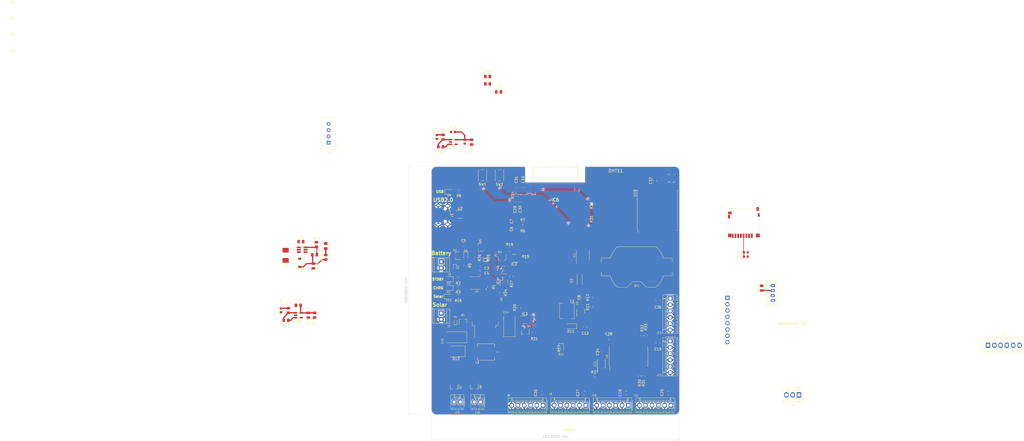
<source format=kicad_pcb>
(kicad_pcb (version 20221018) (generator pcbnew)
  (layers (0 "F.Cu" signal) (31 "B.Cu" signal) (34 "B.Paste" user) (35 "F.Paste" user) (36 "B.SilkS" user "B.Silkscreen") (37 "F.SilkS" user "F.Silkscreen") (38 "B.Mask" user) (39 "F.Mask" user) (44 "Edge.Cuts" user))
  (net 0 "")
  (net 1 "Net-(BT1-+)")
  (net 2 "GND")
  (net 3 "+5V")
  (net 4 "+3V3")
  (net 5 "Vsolar_protected")
  (net 6 "Vsolar_reg")
  (net 7 "Vbat_protected")
  (net 8 "+9V")
  (net 9 "Vsys")
  (net 10 "Vusb")
  (net 11 "/ANT")
  (net 12 "3V3-RFM")
  (net 13 "/Vsolar")
  (net 14 "/out_LM2596S")
  (net 15 "Vbat")
  (net 16 "Net-(D3-K)")
  (net 17 "Net-(D4-K)")
  (net 18 "Net-(D6-A)")
  (net 19 "Net-(D7-A)")
  (net 20 "Net-(D9-A)")
  (net 21 "Net-(D14-A)")
  (net 22 "Net-(D13-A)")
  (net 23 "Net-(D15-A)")
  (net 24 "/I0")
  (net 25 "/I1")
  (net 26 "/I3")
  (net 27 "/I2")
  (net 28 "/I12")
  (net 29 "/I5")
  (net 30 "/I6")
  (net 31 "/I7")
  (net 32 "Net-(IC1-X1)")
  (net 33 "Net-(IC1-X2)")
  (net 34 "/SD_MISO")
  (net 35 "/SD_MOSI")
  (net 36 "/SD_CS")
  (net 37 "Vexternal")
  (net 38 "Net-(D16-A)")
  (net 39 "/SDA")
  (net 40 "/SCL")
  (net 42 "CONN_D-")
  (net 43 "CONN_D+")
  (net 45 "/FAN1")
  (net 46 "/ADS_ALERT")
  (net 47 "/S0")
  (net 48 "/S1")
  (net 49 "/S2")
  (net 50 "/S3")
  (net 51 "Net-(IC2A-C)")
  (net 52 "Net-(IC2B-C)")
  (net 53 "Net-(IC3A-C)")
  (net 54 "/AIN0")
  (net 55 "/BST_SW_5V")
  (net 56 "/BST_FB_5V")
  (net 57 "/BST_SW_9V")
  (net 58 "/BST_FB_9V")
  (net 59 "/I11")
  (net 60 "Net-(IC3B-C)")
  (net 61 "Net-(IC4A-C)")
  (net 62 "Net-(IC4B-C)")
  (net 64 "/SD_SCK")
  (net 66 "/SET")
  (net 67 "/PMS_RX")
  (net 68 "/PMS_TX")
  (net 69 "/RESET")
  (net 71 "Net-(Q5-G)")
  (net 73 "Net-(J15-Pin_2)")
  (net 74 "Net-(J16-Pin_2)")
  (net 75 "/AIN1")
  (net 76 "/AIN2")
  (net 77 "/AIN3")
  (net 78 "/I4")
  (net 79 "/I15")
  (net 80 "/I14")
  (net 81 "/I13")
  (net 82 "/I10")
  (net 83 "/I9")
  (net 84 "/I8")
  (net 85 "/FAN2")
  (net 86 "Net-(U1-PROG)")
  (net 87 "Net-(U1-~{STDBY})")
  (net 88 "Net-(U1-~{CHRG})")
  (net 89 "Net-(U6-EN)")
  (net 90 "Net-(U8-EN)")
  (net 91 "/EN")
  (net 92 "D+")
  (net 93 "D-")
  (net 95 "/DHT_PIN")
  (net 98 "ESP_USB_D+")
  (net 99 "ESP_USB_D-")
  (net 104 "/RFM_MISO")
  (net 105 "/RFM_MOSI")
  (net 106 "/RFM_SCK")
  (net 107 "/RFM_CS")
  (net 108 "/RFM_RST")
  (net 109 "/RFM_DIO0")
  (net 110 "/RFM_DIO1")
  (net 111 "/RFM_DIO2")
  (net 113 "Net-(IC6-IO0)")
  (footprint "Battery:BatteryHolder_Keystone_1058_1x2032" (layer "F.Cu") (at 193.75 100.5)
    (fp_text reference "BT1")
    (fp_text value "Battery_Cell")
  )
  (footprint "Capacitor_SMD:C_0805_2012Metric" (layer "F.Cu") (at 182.4 128.95 180)
    (fp_text reference "C28")
    (fp_text value "10uF")
  )
  (footprint "Capacitor_SMD:C_0603_1608Metric" (layer "F.Cu") (at 179.4 134.7 90)
    (fp_text reference "C34")
    (fp_text value "100nF")
  )
  (footprint "Capacitor_Tantalum_SMD:CP_EIA-7343-15_Kemet-W_Pad2.25x2.55mm_HandSolder" (layer "F.Cu") (at 120.765 128.814564 180)
    (fp_text reference "C10")
    (fp_text value "680uF - Tant")
  )
  (footprint "Capacitor_Tantalum_SMD:CP_EIA-7343-15_Kemet-W_Pad2.25x2.55mm_HandSolder" (layer "F.Cu") (at 142.465 124.014564 90)
    (fp_text reference "C14")
    (fp_text value "220uF-Tantalum")
  )
  (footprint "Capacitor_SMD:C_0805_2012Metric" (layer "F.Cu") (at 130.65 100.875 180)
    (fp_text reference "C3")
    (fp_text value "10uF")
  )
  (footprint "Capacitor_SMD:C_0805_2012Metric" (layer "F.Cu") (at 124 91.425 180)
    (fp_text reference "C5")
    (fp_text value "10uF")
  )
  (footprint "Capacitor_SMD:C_0805_2012Metric" (layer "F.Cu") (at 155.5 151.2 180)
    (fp_text reference "C20")
    (fp_text value "100nF")
  )
  (footprint "Capacitor_SMD:C_0805_2012Metric" (layer "F.Cu") (at 172.55 151.2 180)
    (fp_text reference "C27")
    (fp_text value "100nF")
  )
  (footprint "Capacitor_SMD:C_0805_2012Metric" (layer "F.Cu") (at 58.5 90.3125)
    (fp_text reference "C9")
    (fp_text value "22uF-X5R")
  )
  (footprint "Capacitor_SMD:C_0805_2012Metric" (layer "F.Cu") (at 189.45 151.2 180)
    (fp_text reference "C18")
    (fp_text value "100nF")
  )
  (footprint "Capacitor_SMD:C_0805_2012Metric" (layer "F.Cu") (at 206.45 151.2 180)
    (fp_text reference "C25")
    (fp_text value "100nF")
  )
  (footprint "Capacitor_SMD:C_0805_2012Metric" (layer "F.Cu") (at 173 124.6 -90)
    (fp_text reference "C12")
    (fp_text value "22uF-X5R")
  )
  (footprint "Capacitor_SMD:C_0805_2012Metric" (layer "F.Cu") (at 172.2 112.8 90)
    (fp_text reference "C8")
    (fp_text value "22uF-X5R")
  )
  (footprint "Capacitor_SMD:C_0603_1608Metric" (layer "F.Cu") (at 237.625 96.35)
    (fp_text reference "C1")
    (fp_text value "10uF")
  )
  (footprint "Capacitor_SMD:C_0603_1608Metric" (layer "F.Cu") (at 237.625 94.6)
    (fp_text reference "C2")
    (fp_text value "100nF")
  )
  (footprint "Diode_SMD:D_SOD-523" (layer "F.Cu") (at 120.765 122.614564 90)
    (fp_text reference "D1")
    (fp_text value "D_TVS_ALT")
  )
  (footprint "Diode_SMD:D_SOD-523" (layer "F.Cu") (at 120.5 100.625 -90)
    (fp_text reference "D2")
    (fp_text value "D_TVS_ALT")
  )
  (footprint "LED_SMD:LED_0805_2012Metric_Pad1.15x1.40mm_HandSolder" (layer "F.Cu") (at 117.975 105.425 180)
    (fp_text reference "D3")
    (fp_text value "LED")
  )
  (footprint "LED_SMD:LED_0805_2012Metric_Pad1.15x1.40mm_HandSolder" (layer "F.Cu") (at 117.975 108.925 180)
    (fp_text reference "D4")
    (fp_text value "LED")
  )
  (footprint "LED_SMD:LED_0805_2012Metric_Pad1.15x1.40mm_HandSolder" (layer "F.Cu") (at 117.975 112.425)
    (fp_text reference "D13")
    (fp_text value "LED")
  )
  (footprint "LED_SMD:LED_0805_2012Metric_Pad1.15x1.40mm_HandSolder" (layer "F.Cu") (at 68.5 92.0625 -90)
    (fp_text reference "D15")
    (fp_text value "LED")
  )
  (footprint "LED_SMD:LED_0805_2012Metric_Pad1.15x1.40mm_HandSolder" (layer "F.Cu") (at 163.3075 133.1675 -90)
    (fp_text reference "D14")
    (fp_text value "LED")
  )
  (footprint "Package_SO:SOP-8_3.9x4.9mm_P1.27mm" (layer "F.Cu") (at 172 95.75 90)
    (fp_text reference "IC1")
    (fp_text value "DS1307ZN+")
  )
  (footprint "TerminalBlock_TE-Connectivity:TerminalBlock_TE_282834-2_1x02_P2.54mm_Horizontal" (layer "F.Cu") (at 115 98.365 -90)
    (fp_text reference "J3")
    (fp_text value "Screw_Terminal_01x02")
  )
  (footprint "Connector_Molex:Molex_KK-254_AE-6410-06A_1x06_P2.54mm_Vertical" (layer "F.Cu") (at 173.18 156.2 180)
    (fp_text reference "J9")
    (fp_text value "Conn_01x06_Male")
  )
  (footprint "Connector_Molex:Molex_KK-254_AE-6410-06A_1x06_P2.54mm_Vertical" (layer "F.Cu") (at 190.34 156.2 180)
    (fp_text reference "J10")
    (fp_text value "Conn_01x06_Male")
  )
  (footprint "Connector_Molex:Molex_KK-254_AE-6410-06A_1x06_P2.54mm_Vertical" (layer "F.Cu") (at 207.5 156.2 180)
    (fp_text reference "J11")
    (fp_text value "Conn_01x06_Male")
  )
  (footprint "Connector_Molex:Molex_KK-254_AE-6410-02A_1x02_P2.54mm_Vertical" (layer "F.Cu") (at 122.7 154.85 180)
    (fp_text reference "J15")
    (fp_text value "Conn_01x02_Male")
  )
  (footprint "Connector_Molex:Molex_KK-254_AE-6410-02A_1x02_P2.54mm_Vertical" (layer "F.Cu") (at 130.85 154.85 180)
    (fp_text reference "J16")
    (fp_text value "Conn_01x02_Male")
  )
  (footprint "Connector_Card:microSD_HC_Hirose_DM3D-SF" (layer "F.Cu") (at 236.875 82.6)
    (fp_text reference "J4")
    (fp_text value "Micro_SD_Card")
  )
  (footprint "FDSD0630-H-1R0M_P3:IND_FDSD0630-H-1R0M=P3" (layer "F.Cu") (at 133.05 134.75 180)
    (fp_text reference "L3")
    (fp_text value "FAUL0630-330MT")
  )
  (footprint "Inductor_SMD:L_Chilisin_BMRA00050530" (layer "F.Cu") (at 52.35 95.8 -90)
    (fp_text reference "L2")
    (fp_text value "XR0530-100M")
  )
  (footprint "Inductor_SMD:L_Chilisin_BMRA00050530" (layer "F.Cu") (at 165.6 118.25 -90)
    (fp_text reference "L1")
    (fp_text value "XR0530-100M")
  )
  (footprint "Package_TO_SOT_SMD:SOT-23" (layer "F.Cu") (at 139.5 96.975 -90)
    (fp_text reference "Q3")
    (fp_text value "DMG2301L")
  )
  (footprint "Package_TO_SOT_SMD:SOT-23" (layer "F.Cu") (at 148.865 126.814564 -90)
    (fp_text reference "Q4")
    (fp_text value "DMG2301L")
  )
  (footprint "Package_TO_SOT_SMD:SOT-23" (layer "F.Cu") (at 130.7 92.575 180)
    (fp_text reference "Q5")
    (fp_text value "DMG2301L / DMP2045U")
  )
  (footprint "Package_TO_SOT_SMD:SOT-23" (layer "F.Cu") (at 140.2 101.725 180)
    (fp_text reference "Q6")
    (fp_text value "DMG2301L")
  )
  (footprint "Package_TO_SOT_SMD:SOT-23" (layer "F.Cu") (at 123.765 122.314564 90)
    (fp_text reference "Q1")
    (fp_text value "DMG2301L / DMP2045U")
  )
  (footprint "Package_TO_SOT_SMD:SOT-23" (layer "F.Cu") (at 121.5 95.925 180)
    (fp_text reference "Q2")
    (fp_text value "DMG2301L / DMP2045U")
  )
  (footprint "Package_TO_SOT_SMD:SOT-23" (layer "F.Cu") (at 120.2 148.85 -90)
    (fp_text reference "Q7")
    (fp_text value "DMN10H220L")
  )
  (footprint "Package_TO_SOT_SMD:SOT-23" (layer "F.Cu") (at 128.35 148.85 -90)
    (fp_text reference "Q8")
    (fp_text value "DMN10H220L")
  )
  (footprint "Resistor_SMD:R_0805_2012Metric" (layer "F.Cu") (at 122.102064 70.25 180)
    (fp_text reference "R9")
    (fp_text value "4K7")
  )
  (footprint "Resistor_SMD:R_0603_1608Metric" (layer "F.Cu") (at 176.75 144.3)
    (fp_text reference "R37")
    (fp_text value "4K7")
  )
  (footprint "Resistor_SMD:R_0603_1608Metric" (layer "F.Cu") (at 132.5 96.825 90)
    (fp_text reference "R25")
    (fp_text value "10K")
  )
  (footprint "Resistor_SMD:R_0805_2012Metric" (layer "F.Cu") (at 148.95 97.925)
    (fp_text reference "R15")
    (fp_text value "10K")
  )
  (footprint "Resistor_SMD:R_0805_2012Metric" (layer "F.Cu") (at 142.475 93.425 180)
    (fp_text reference "R19")
    (fp_text value "47K")
  )
  (footprint "Resistor_SMD:R_0805_2012Metric" (layer "F.Cu") (at 146.265 116.902064 90)
    (fp_text reference "R20")
    (fp_text value "10K")
  )
  (footprint "Resistor_SMD:R_0805_2012Metric" (layer "F.Cu") (at 152.315 126.814564 -90)
    (fp_text reference "R21")
    (fp_text value "47K")
  )
  (footprint "Resistor_SMD:R_0603_1608Metric" (layer "F.Cu") (at 194.9 144.375 -90)
    (fp_text reference "R30")
    (fp_text value "4K7")
  )
  (footprint "Resistor_SMD:R_0603_1608Metric" (layer "F.Cu") (at 196.4 144.375 -90)
    (fp_text reference "R31")
    (fp_text value "4K7")
  )
  (footprint "Resistor_SMD:R_0603_1608Metric" (layer "F.Cu") (at 195.9 128.05 90)
    (fp_text reference "R32")
    (fp_text value "4K7")
  )
  (footprint "Resistor_SMD:R_0805_2012Metric" (layer "F.Cu") (at 139.306 110.8375 -90)
    (fp_text reference "R24")
    (fp_text value "10K")
  )
  (footprint "Resistor_SMD:R_0805_2012Metric" (layer "F.Cu") (at 143.306 104.325 90)
    (fp_text reference "R27")
    (fp_text value "47K")
  )
  (footprint "Resistor_SMD:R_0805_2012Metric" (layer "F.Cu") (at 124.9 99.9125 -90)
    (fp_text reference "R5")
    (fp_text value "1K")
  )
  (footprint "Resistor_SMD:R_0805_2012Metric" (layer "F.Cu") (at 121.8375 112.425 180)
    (fp_text reference "R16")
    (fp_text value "4K7")
  )
  (footprint "Resistor_SMD:R_0805_2012Metric" (layer "F.Cu") (at 121.8375 105.425)
    (fp_text reference "R2")
    (fp_text value "4K7")
  )
  (footprint "Resistor_SMD:R_0805_2012Metric" (layer "F.Cu") (at 134.5 108.5125 -90)
    (fp_text reference "R1")
    (fp_text value "2K")
  )
  (footprint "Resistor_SMD:R_0805_2012Metric" (layer "F.Cu") (at 68.5 96.5875 90)
    (fp_text reference "R18")
    (fp_text value "9K1")
  )
  (footprint "Resistor_SMD:R_0805_2012Metric" (layer "F.Cu") (at 64 95.5625)
    (fp_text reference "R13")
    (fp_text value "30K")
  )
  (footprint "Resistor_SMD:R_0805_2012Metric" (layer "F.Cu") (at 64.75 91.4375 90)
    (fp_text reference "R14")
    (fp_text value "2.2K")
  )
  (footprint "Resistor_SMD:R_0805_2012Metric" (layer "F.Cu") (at 160.8075 133.3375 -90)
    (fp_text reference "R17")
    (fp_text value "4K7")
  )
  (footprint "Resistor_SMD:R_0603_1608Metric" (layer "F.Cu") (at 175.4 116.6 90)
    (fp_text reference "R11")
    (fp_text value "7K5")
  )
  (footprint "Resistor_SMD:R_0603_1608Metric" (layer "F.Cu") (at 175.4 112.8 90)
    (fp_text reference "R12")
    (fp_text value "1K")
  )
  (footprint "Package_SO:TSSOP-10_3x3mm_P0.5mm" (layer "F.Cu") (at 179.415 139.535001 90)
    (fp_text reference "U11")
    (fp_text value "ADS1115IDGS")
  )
  (footprint "TP4056:SOP127P600X175-9N" (layer "F.Cu") (at 128.655 106.925 180)
    (fp_text reference "U1")
    (fp_text value "TP4056")
  )
  (footprint "Package_TO_SOT_SMD:SOT-23-6_Handsoldering" (layer "F.Cu") (at 59 93.5625 180)
    (fp_text reference "U4")
    (fp_text value "MT3608")
  )
  (footprint "Connector_Molex:Molex_KK-254_AE-6410-06A_1x06_P2.54mm_Vertical" (layer "F.Cu") (at 156.02 156.2 180)
    (fp_text reference "J8")
    (fp_text value "Conn_01x06_Male")
  )
  (footprint "Connector_JST:JST_PH_B4B-PH-K_1x04_P2.00mm_Vertical" (layer "F.Cu") (at 248.5 108 -90)
    (fp_text reference "J6")
    (fp_text value "Conn_01x04_Male")
  )
  (footprint "TerminalBlock_TE-Connectivity:TerminalBlock_TE_282834-2_1x02_P2.54mm_Horizontal" (layer "F.Cu") (at 115 119.064564 -90)
    (fp_text reference "J2")
    (fp_text value "Screw_Terminal_01x02")
  )
  (footprint "Package_TO_SOT_SMD:TO-263-5_TabPin3" (layer "F.Cu") (at 132.665 121.114564 90)
    (fp_text reference "U5")
    (fp_text value "LM2596S-5")
  )
  (footprint "Diode_SMD:D_SMB" (layer "F.Cu") (at 120.95 134.45 180)
    (fp_text reference "D12")
    (fp_text value "SS34")
  )
  (footprint "LED_SMD:LED_0805_2012Metric_Pad1.15x1.40mm_HandSolder" (layer "F.Cu") (at 118.239564 70.25)
    (fp_text reference "D9")
    (fp_text value "LED")
  )
  (footprint "Resistor_SMD:R_0805_2012Metric" (layer "F.Cu") (at 121.8375 108.925)
    (fp_text reference "R3")
    (fp_text value "4K7")
  )
  (footprint "Capacitor_SMD:C_0805_2012Metric" (layer "F.Cu") (at 63.5 100.0875 -90)
    (fp_text reference "C13")
    (fp_text value "22uF-X5R")
  )
  (footprint "Package_TO_SOT_SMD:SOT-23-6_Handsoldering" (layer "F.Cu") (at 171.15 118.35 90)
    (fp_text reference "U3")
    (fp_text value "MT3608")
  )
  (footprint "Connector_Molex:Molex_KK-254_AE-6410-03A_1x03_P2.54mm_Vertical" (layer "F.Cu") (at 259.04 152 180)
    (fp_text reference "J5")
    (fp_text value "Conn_01x03_Male")
  )
  (footprint "Resistor_SMD:R_0603_1608Metric" (layer "F.Cu") (at 197.4 128.05 90)
    (fp_text reference "R33")
    (fp_text value "4K7")
  )
  (footprint "Diode_SMD:D_SOD-323" (layer "F.Cu") (at 124.9 95.975 -90)
    (fp_text reference "D6")
    (fp_text value "5V")
  )
  (footprint "Resistor_SMD:R_0603_1608Metric" (layer "F.Cu") (at 129 96.825 -90)
    (fp_text reference "R26")
    (fp_text value "10K")
  )
  (footprint "Capacitor_SMD:C_0805_2012Metric" (layer "F.Cu") (at 130.65 102.975 180)
    (fp_text reference "C4")
    (fp_text value "100nF")
  )
  (footprint "Sensor:Aosong_DHT11_5.5x12.0_P2.54mm" (layer "F.Cu") (at 69.6525 50.4625 180)
    (fp_text reference "U7")
    (fp_text value "DHT11")
  )
  (footprint "Package_SO:SOIC-24W_7.5x15.4mm_P1.27mm" (layer "F.Cu") (at 190.415 136.55 90)
    (fp_text reference "U9")
    (fp_text value "CD74HC4067M")
  )
  (footprint "Connector_Molex:Molex_KK-254_AE-6410-06A_1x06_P2.54mm_Vertical" (layer "F.Cu") (at 207.2 130.3 -90)
    (fp_text reference "J12")
    (fp_text value "Conn_01x06_Male")
  )
  (footprint "Diode_SMD:D_SOD-123" (layer "F.Cu") (at 58.01 98.8275 90)
    (fp_text reference "D5")
    (fp_text value "BAT54W")
  )
  (footprint "Package_TO_SOT_SMD:SOT-23-6" (layer "F.Cu") (at 140.25 106.3875 90)
    (fp_text reference "IC4")
    (fp_text value "DMMT5401-7-F")
  )
  (footprint "Capacitor_SMD:C_0603_1608Metric" (layer "F.Cu") (at 144.775 82.15 90)
    (fp_text reference "C7")
    (fp_text value "20pF")
  )
  (footprint "Diode_SMD:D_SOD-123" (layer "F.Cu") (at 167.2 124.4 180)
    (fp_text reference "D11")
    (fp_text value "BAT54W")
  )
  (footprint "Package_TO_SOT_SMD:SOT-23-6" (layer "F.Cu") (at 148.6275 121.764564)
    (fp_text reference "IC3")
    (fp_text value "DMMT5401-7F")
  )
  (footprint "Capacitor_SMD:C_0603_1608Metric" (layer "F.Cu") (at 144.775 85.225 -90)
    (fp_text reference "C6")
    (fp_text value "20pF")
  )
  (footprint "AB26TRB-32.768KHZ-T:XTAL_AB26TRB-32.768KHZ-T" (layer "F.Cu") (at 170.75 105.4 90)
    (fp_text reference "Y2")
    (fp_text value "AB26TRB")
  )
  (footprint "Package_TO_SOT_SMD:SOT-23-5" (layer "F.Cu") (at 57.5 119.95)
    (fp_text reference "U8")
    (fp_text value "AP2112K-3.3")
  )
  (footprint "Connector_Molex:Molex_KK-254_AE-6410-06A_1x06_P2.54mm_Vertical" (layer "F.Cu") (at 335.15 132.02)
    (fp_text reference "J7")
    (fp_text value "Conn_01x06_Pin")
  )
  (footprint "Capacitor_SMD:C_0805_2012Metric" (layer "F.Cu") (at 64 119.9 -90)
    (fp_text reference "C22")
    (fp_text value "10uF")
  )
  (footprint "RF_Module:HOPERF_RFM9XW_SMD" (layer "F.Cu") (at 202.025 77.75 90)
    (fp_text reference "U10")
    (fp_text value "RFM95W-915S2")
  )
  (footprint "MountingHole:MountingHole_2.5mm" (layer "F.Cu") (at -57.5 3.9)
    (fp_text reference "H2")
    (fp_text value "MountingHole")
  )
  (footprint "Capacitor_SMD:C_0603_1608Metric" (layer "F.Cu") (at 119.75 46.125 180)
    (fp_text reference "C16")
    (fp_text value "100nF")
  )
  (footprint "Resistor_SMD:R_0603_1608Metric" (layer "F.Cu") (at 174 81.25 90)
    (fp_text reference "R35")
    (fp_text value "4K7")
  )
  (footprint "Capacitor_SMD:C_0603_1608Metric" (layer "F.Cu") (at 144.7 74.3 -90)
    (fp_text reference "C29")
    (fp_text value "100nF")
  )
  (footprint "Connector_Molex:Molex_KK-254_AE-6410-06A_1x06_P2.54mm_Vertical" (layer "F.Cu") (at 207.2 113.14 -90)
    (fp_text reference "J13")
    (fp_text value "Conn_01x06_Male")
  )
  (footprint "Resistor_SMD:R_0805_2012Metric" (layer "F.Cu") (at 115.75 48.2125 90)
    (fp_text reference "R8")
    (fp_text value "10k")
  )
  (footprint "Capacitor_SMD:C_0805_2012Metric" (layer "F.Cu") (at 138.1 30)
    (fp_text reference "C21")
    (fp_text value "100nF")
  )
  (footprint "Package_TO_SOT_SMD:SOT-23-6" (layer "F.Cu") (at 122.6125 79.3)
    (fp_text reference "U2")
    (fp_text value "USBLC6-2SC6")
  )
  (footprint "ESP32-S2-SOLO-N4R2:ESP32S2SOLON4R2" (layer "F.Cu") (at 160.9 73.2)
    (fp_text reference "IC6")
    (fp_text value "ESP32-S2-SOLO-N4R2" hide)
  )
  (footprint "Capacitor_SMD:C_0805_2012Metric" (layer "F.Cu") (at 57.45 115.95 180)
    (fp_text reference "C24")
    (fp_text value "100nF")
  )
  (footprint "LED_SMD:LED_0603_1608Metric" (layer "F.Cu") (at 50.5 117.95 90)
    (fp_text reference "D16")
    (fp_text value "LED")
  )
  (footprint "Connector_PinHeader_2.54mm:PinHeader_1x08_P2.54mm_Vertical" (layer "F.Cu") (at 230.25 112.95)
    (fp_text reference "J14")
    (fp_text value "Conn_01x08_Pin")
  )
  (footprint "Resistor_SMD:R_0603_1608Metric" (layer "F.Cu") (at 145.875 71.7)
    (fp_text reference "R34")
    (fp_text value "10k")
  )
  (footprint "Package_TO_SOT_SMD:SOT-23-5" (layer "F.Cu") (at 119.8875 50.175)
    (fp_text reference "U6")
    (fp_text value "AP2112K-3.3")
  )
  (footprint "Resistor_SMD:R_0603_1608Metric" (layer "F.Cu") (at 174.05 76.0875 -90)
    (fp_text reference "R36")
    (fp_text value "4K7")
  )
  (footprint "Resistor_SMD:R_0805_2012Metric" (layer "F.Cu") (at 133.67 26.78)
    (fp_text reference "R29")
    (fp_text value "10k")
  )
  (footprint "MountingHole:MountingHole_2.5mm" (layer "F.Cu") (at -57.5 -2.65)
    (fp_text reference "H1")
    (fp_text value "MountingHole")
  )
  (footprint "Capacitor_SMD:C_0805_2012Metric" (layer "F.Cu") (at 202.2 131.05 -90)
    (fp_text reference "C19")
    (fp_text value "100nF")
  )
  (footprint "Capacitor_SMD:C_0603_1608Metric" (layer "F.Cu") (at 146.7 74.3 -90)
    (fp_text reference "C30")
    (fp_text value "1uF")
  )
  (footprint "Connector_Coaxial:U.FL_Molex_MCRF_73412-0110_Vertical" (layer "F.Cu") (at 207.75 64.75)
    (fp_text reference "AE1" hide)
    (fp_text value "Antenna")
  )
  (footprint "LED_SMD:LED_0603_1608Metric" (layer "F.Cu") (at 113.25 48.1375 90)
    (fp_text reference "D7")
    (fp_text value "LED")
  )
  (footprint "Capacitor_SMD:C_0805_2012Metric" (layer "F.Cu") (at 201.025 65.75 90)
    (fp_text reference "C32")
    (fp_text value "100nF")
  )
  (footprint "Button_Switch_SMD:SW_SPST_PTS810" (layer "F.Cu") (at 131.575 63.575 -90)
    (fp_text reference "SW1")
    (fp_text value "RESET")
  )
  (footprint "Capacitor_SMD:C_0603_1608Metric" (layer "F.Cu") (at 124.45 50.025 -90)
    (fp_text reference "C15")
    (fp_text value "10uF")
  )
  (footprint "Button_Switch_SMD:SW_SPST_PTS810" (layer "F.Cu") (at 138.425 63.575 90)
    (fp_text reference "SW2")
    (fp_text value "BOOT")
  )
  (footprint "Capacitor_SMD:C_0603_1608Metric" (layer "F.Cu") (at 147.9 68.425 90)
    (fp_text reference "C33")
    (fp_text value "100nF")
  )
  (footprint "Capacitor_SMD:C_0805_2012Metric" (layer "F.Cu") (at 244 109 90)
    (fp_text reference "C17")
    (fp_text value "100nF")
  )
  (footprint "Capacitor_SMD:C_0805_2012Metric" (layer "F.Cu") (at 127.25 50.225 -90)
    (fp_text reference "C11")
    (fp_text value "10uF")
  )
  (footprint "Resistor_SMD:R_0805_2012Metric" (layer "F.Cu") (at 53.5 118.0375 90)
    (fp_text reference "R22")
    (fp_text value "10k")
  )
  (footprint "MountingHole:MountingHole_2.5mm" (layer "F.Cu") (at -57.5 17)
    (fp_text reference "H4")
    (fp_text value "MountingHole")
  )
  (footprint "Connector_USB:USB_Micro-B_Wuerth_629105150521" (layer "F.Cu") (at 115.7625 79.625 -90)
    (fp_text reference "J1")
    (fp_text value "USB_B_Micro")
  )
  (footprint "Capacitor_SMD:C_0805_2012Metric" (layer "F.Cu") (at 202.2 114.05 -90)
    (fp_text reference "C26")
    (fp_text value "100nF")
  )
  (footprint "Resistor_SMD:R_0805_2012Metric" (layer "F.Cu") (at 133.67 23.83)
    (fp_text reference "R28")
    (fp_text value "10k")
  )
  (footprint "Resistor_SMD:R_0805_2012Metric" (layer "F.Cu") (at 114.75 52.125)
    (fp_text reference "R10")
    (fp_text value "100k")
  )
  (footprint "MountingHole:MountingHole_2.5mm" (layer "F.Cu") (at -57.5 10.45)
    (fp_text reference "H3")
    (fp_text value "MountingHole")
  )
  (footprint "Capacitor_SMD:C_0805_2012Metric" (layer "F.Cu") (at 61.5 119.9 -90)
    (fp_text reference "C23")
    (fp_text value "10uF")
  )
  (footprint "Package_TO_SOT_SMD:SOT-23-6" (layer "F.Cu") (at 144.3375 96.975 180)
    (fp_text reference "IC2")
    (fp_text value "DMMT5401-7F")
  )
  (footprint "Resistor_SMD:R_0805_2012Metric" (layer "F.Cu") (at 52.5 121.95)
    (fp_text reference "R23")
    (fp_text value "100k")
  )
  (footprint "Resistor_SMD:R_0603_1608Metric" (layer "F.Cu") (at 147.825 83)
    (fp_text reference "R7")
    (fp_text value "0R")
  )
  (footprint "Capacitor_SMD:C_0603_1608Metric" (layer "F.Cu") (at 145.15 68.4 90)
    (fp_text reference "C31")
    (fp_text value "22uF")
  )
  (footprint "Resistor_SMD:R_0603_1608Metric" (layer "F.Cu") (at 147.825 84.5)
    (fp_text reference "R6")
    (fp_text value "0R")
  )
  (gr_arc (start 209 60) (mid 210.414214 60.585786) (end 211 62) (stroke (width 0.05)) (layer "Edge.Cuts"))
  (gr_line (start 111 62) (end 111 158) (stroke (width 0.05)) (layer "Edge.Cuts"))
  (gr_line (start 209 60) (end 113 60) (stroke (width 0.05)) (layer "Edge.Cuts"))
  (gr_arc (start 113 160) (mid 111.585786 159.414214) (end 111 158) (stroke (width 0.05)) (layer "Edge.Cuts"))
  (gr_arc (start 111 62) (mid 111.585786 60.585786) (end 113 60) (stroke (width 0.05)) (layer "Edge.Cuts"))
  (gr_arc (start 211 158) (mid 210.414214 159.414214) (end 209 160) (stroke (width 0.05)) (layer "Edge.Cuts"))
  (gr_line (start 113 160) (end 209 160) (stroke (width 0.05)) (layer "Edge.Cuts"))
  (gr_line (start 211 158) (end 211 62) (stroke (width 0.05)) (layer "Edge.Cuts"))
  (gr_text "Solar" (at 111.7 112.925) (layer "F.SilkS") (effects (font (size 1 1) (thickness 0.25) bold) (justify left bottom)))
  (gr_text "USB" (at 112.764564 70.75) (layer "F.SilkS") (effects (font (size 1 1) (thickness 0.25) bold) (justify left bottom)))
  (gr_text "Battery" (at 115 94.925) (layer "F.SilkS") (effects (font (size 1.5 1.5) (thickness 0.3))))
  (gr_text "Solar" (at 114.46 115.714564) (layer "F.SilkS") (effects (font (size 1.5 1.5) (thickness 0.3))))
  (gr_text "DHT11" (at 185.25 61.75) (layer "F.SilkS") (effects (font (size 1.25 1.25) (thickness 0.1875))))
  (gr_text "Anem" (at 166.5 166) (layer "F.SilkS") (effects (font (size 1.25 1.25) (thickness 0.1875))))
  (gr_text "CHRG" (at 111.6 109.525) (layer "F.SilkS") (effects (font (size 1 1) (thickness 0.25) bold) (justify left bottom)))
  (gr_text "STDBY" (at 111.2 106.025) (layer "F.SilkS") (effects (font (size 1 1) (thickness 0.25) bold) (justify left bottom)))
  (gr_text "Sensores EQ" (at 256.35 123.23) (layer "F.SilkS") (effects (font (size 1.25 1.25) (thickness 0.1875))))
  (gr_text "USB2.0" (at 115.8125 73.5) (layer "F.SilkS") (effects (font (size 1.5 1.5) (thickness 0.3))))
  (dimension (type aligned) (layer "Edge.Cuts") (pts (xy 111 160) (xy 211 160)) (height 10) (gr_text "100,0000 mm" (at 161 168.85) (layer "Edge.Cuts") (effects (font (size 1 1) (thickness 0.15)))) (format (prefix "") (suffix "") (units 3) (units_format 1) (precision 4)) (style (thickness 0.05) (arrow_length 1.27) (text_position_mode 0) (extension_height 0.58642) (extension_offset 0.5) keep_text_aligned))
  (dimension (type aligned) (layer "Edge.Cuts") (pts (xy 111 60) (xy 111 160)) (height 9) (gr_text "100,0000 mm" (at 100.85 110 90) (layer "Edge.Cuts") (effects (font (size 1 1) (thickness 0.15)))) (format (prefix "") (suffix "") (units 3) (units_format 1) (precision 4)) (style (thickness 0.05) (arrow_length 1.27) (text_position_mode 0) (extension_height 0.58642) (extension_offset 0.5) keep_text_aligned))
  (segment (start 172.75 96.25) (end 176.5 96.25) (width 0.25) (layer "F.Cu") (net 1))
  (segment (start 172.635 98.375) (end 172.635 96.365) (width 0.25) (layer "F.Cu") (net 1))
  (segment (start 176.5 96.25) (end 179.07 98.82) (width 0.25) (layer "F.Cu") (net 1))
  (segment (start 179.07 98.82) (end 179.07 100.5) (width 0.25) (layer "F.Cu") (net 1))
  (segment (start 172.635 96.365) (end 172.75 96.25) (width 0.25) (layer "F.Cu") (net 1))
  (segment (start 115.85 49.225) (end 115.75 49.125) (width 0.5) (layer "F.Cu") (net 3))
  (segment (start 131.6 100.875) (end 131.6 104.55) (width 0.5) (layer "F.Cu") (net 3))
  (segment (start 168.85 124.4) (end 169.6 123.65) (width 1) (layer "F.Cu") (net 3))
  (segment (start 51.5875 121.95) (end 51.5875 120.8625) (width 0.5) (layer "F.Cu") (net 3))
  (segment (start 175.4 119.8) (end 173.2 122) (width 0.25) (layer "F.Cu") (net 3))
  (segment (start 183.35 131.82) (end 183.43 131.9) (width 0.25) (layer "F.Cu") (net 3))
  (segment (start 118.75 49.225) (end 115.85 49.225) (width 0.5) (layer "F.Cu") (net 3))
  (segment (start 175.4 117.425) (end 175.4 119.8) (width 0.25) (layer "F.Cu") (net 3))
  (segment (start 53.5 118.95) (end 56.3125 118.95) (width 0.5) (layer "F.Cu") (net 3))
  (segment (start 113.8375 52.125) (end 113.8375 51.0375) (width 0.5) (layer "F.Cu") (net 3))
  (segment (start 248.45 109.95) (end 248.5 110) (width 0.5) (layer "F.Cu") (net 3))
  (segment (start 179.4 135.475) (end 179.4 137.370001) (width 0.25) (layer "F.Cu") (net 3))
  (segment (start 183.45 131.88) (end 183.43 131.9) (width 0.5) (layer "F.Cu") (net 3))
  (segment (start 56.3125 118.95) (end 56.3625 119) (width 0.5) (layer "F.Cu") (net 3))
  (segment (start 131.6 104.55) (end 131.13 105.02) (width 0.5) (layer "F.Cu") (net 3))
  (segment (start 51.5875 120.8625) (end 53.5 118.95) (width 0.5) (layer "F.Cu") (net 3))
  (segment (start 183.35 128.95) (end 183.35 131.82) (width 0.25) (layer "F.Cu") (net 3))
  (segment (start 169.6 123.65) (end 173 123.65) (width 1) (layer "F.Cu") (net 3))
  (segment (start 244 109.95) (end 248.45 109.95) (width 0.5) (layer "F.Cu") (net 3))
  (segment (start 179.4 137.370001) (end 179.415 137.385001) (width 0.25) (layer "F.Cu") (net 3))
  (segment (start 173.2 122) (end 173.2 123.45) (width 0.25) (layer "F.Cu") (net 3))
  (segment (start 173.2 123.45) (end 173 123.65) (width 0.25) (layer "F.Cu") (net 3))
  (segment (start 113.8375 51.0375) (end 115.75 49.125) (width 0.5) (layer "F.Cu") (net 3))
  (segment (start 116.95 105.425) (end 116.95 108.925) (width 0.25) (layer "F.Cu") (net 3))
  (segment (start 145.15 69.175) (end 145.15 71.6) (width 0.25) (layer "F.Cu") (net 4))
  (segment (start 236.85 94.6) (end 236.85 96.35) (width 0.25) (layer "F.Cu") (net 4))
  (segment (start 174.25 83.75) (end 174 83.5) (width 0.25) (layer "F.Cu") (net 4))
  (segment (start 145.15 71.6) (end 145.05 71.7) (width 0.25) (layer "F.Cu") (net 4))
  (segment (start 236.85 94.6) (end 236.75 94.5) (width 0.25) (layer "F.Cu") (net 4))
  (segment (start 174 73) (end 174 75.125) (width 0.25) (layer "F.Cu") (net 4))
  (segment (start 152.15 69.21) (end 147.91 69.21) (width 0.5) (layer "F.Cu") (net 4))
  (segment (start 174.05 75.2625) (end 175.4875 75.2625) (width 0.25) (layer "F.Cu") (net 4))
  (segment (start 127.25 49.275) (end 124.475 49.275) (width 0.5) (layer "F.Cu") (net 4))
  (segment (start 175.4875 75.2625) (end 175.5 75.25) (width 0.25) (layer "F.Cu") (net 4))
  (segment (start 120.525 46.125) (end 123.15 46.125) (width 0.5) (layer "F.Cu") (net 4))
  (segment (start 147.91 69.21) (end 147.9 69.2) (width 0.5) (layer "F.Cu") (net 4))
  (segment (start 236.75 94.5) (end 236.75 87.95) (width 0.25) (layer "F.Cu") (net 4))
  (segment (start 121.05 49.25) (end 121.025 49.225) (width 0.5) (layer "F.Cu") (net 4))
  (segment (start 174 75.125) (end 174.05 75.175) (width 0.25) (layer "F.Cu") (net 4))
  (segment (start 152.15 69.21) (end 155.96 69.21) (width 0.25) (layer "F.Cu") (net 4))
  (segment (start 123.15 46.125) (end 124.45 47.425) (width 0.5) (layer "F.Cu") (net 4))
  (segment (start 124.45 49.25) (end 121.05 49.25) (width 0.5) (layer "F.Cu") (net 4))
  (segment (start 174 83.5) (end 174 82.075) (width 0.25) (layer "F.Cu") (net 4))
  (segment (start 155.96 69.21) (end 156 69.25) (width 0.25) (layer "F.Cu") (net 4))
  (segment (start 124.475 49.275) (end 124.45 49.25) (width 0.5) (layer "F.Cu") (net 4))
  (segment (start 124.45 47.425) (end 124.45 49.25) (width 0.5) (layer "F.Cu") (net 4))
  (segment (start 147.875 69.175) (end 147.9 69.2) (width 0.5) (layer "F.Cu") (net 4))
  (segment (start 145.15 69.175) (end 147.875 69.175) (width 0.5) (layer "F.Cu") (net 4))
  (via (at 175.5 75.25) (size 0.8) (drill 0.4) (layers "F.Cu" "B.Cu") (net 4))
  (via (at 156 69.25) (size 0.8) (drill 0.4) (layers "F.Cu" "B.Cu") (net 4))
  (via (at 174.25 83.75) (size 0.8) (drill 0.4) (layers "F.Cu" "B.Cu") (net 4))
  (via (at 174 73) (size 0.8) (drill 0.4) (layers "F.Cu" "B.Cu") (net 4))
  (segment (start 170.25 69.25) (end 174 73) (width 0.25) (layer "B.Cu") (net 4))
  (segment (start 175.5 82.5) (end 174.25 83.75) (width 0.25) (layer "B.Cu") (net 4))
  (segment (start 156 69.25) (end 170.25 69.25) (width 0.25) (layer "B.Cu") (net 4))
  (segment (start 175.5 75.25) (end 175.5 82.5) (width 0.25) (layer "B.Cu") (net 4))
  (segment (start 140.1 134.75) (end 142.5 132.35) (width 1) (layer "F.Cu") (net 6))
  (segment (start 134.365 126.889564) (end 134.365 130.315) (width 1) (layer "F.Cu") (net 6))
  (segment (start 145.065 122.714564) (end 147.49 122.714564) (width 0.5) (layer "F.Cu") (net 6))
  (segment (start 149.765 120.814564) (end 149.065 120.814564) (width 0.25) (layer "F.Cu") (net 6))
  (segment (start 134.365 130.315) (end 136.05 132) (width 1) (layer "F.Cu") (net 6))
  (segment (start 149.065 120.814564) (end 148.115 121.764564) (width 0.25) (layer "F.Cu") (net 6))
  (segment (start 151.115 120.814564) (end 152.165 119.764564) (width 0.25) (layer "F.Cu") (net 6))
  (segment (start 147.49 121.764564) (end 147.49 122.714564) (width 0.5) (layer "F.Cu") (net 6))
  (segment (start 142.5 132.35) (end 142.5 127.249564) (width 1) (layer "F.Cu") (net 6))
  (segment (start 142.465 127.214564) (end 142.465 125.314564) (width 0.5) (layer "F.Cu") (net 6))
  (segment (start 142.5 127.249564) (end 142.465 127.214564) (width 1) (layer "F.Cu") (net 6))
  (segment (start 136.05 134.75) (end 140.1 134.75) (width 1) (layer "F.Cu") (net 6))
  (segment (start 142.465 125.314564) (end 145.065 122.714564) (width 0.5) (layer "F.Cu") (net 6))
  (segment (start 148.115 121.764564) (end 147.49 121.764564) (width 0.25) (layer "F.Cu") (net 6))
  (segment (start 123 112.675) (end 122.75 112.425) (width 0.25) (layer "F.Cu") (net 6))
  (segment (start 136.05 132) (end 136.05 134.75) (width 1) (layer "F.Cu") (net 6))
  (segment (start 149.765 120.814564) (end 151.115 120.814564) (width 0.25) (layer "F.Cu") (net 6))
  (via (at 152.165 119.764564) (size 0.8) (drill 0.4) (layers "F.Cu" "B.Cu") (net 6))
  (segment (start 126.3 91.425) (end 127.45 92.575) (width 0.5) (layer "F.Cu") (net 7))
  (segment (start 124.95 91.425) (end 126.3 91.425) (width 0.5) (layer "F.Cu") (net 7))
  (segment (start 124.95 91.425) (end 124.95 94.875) (width 0.5) (layer "F.Cu") (net 7))
  (segment (start 127.45 92.575) (end 129.7 92.575) (width 0.5) (layer "F.Cu") (net 7))
  (segment (start 124.95 94.875) (end 124.9 94.925) (width 0.5) (layer "F.Cu") (net 7))
  (segment (start 124.9 94.925) (end 122.55 94.925) (width 0.5) (layer "F.Cu") (net 7))
  (segment (start 122.55 94.925) (end 122.5 94.975) (width 0.5) (layer "F.Cu") (net 7))
  (segment (start 63.5 99.1375) (end 60.79 99.1375) (width 0.5) (layer "F.Cu") (net 8))
  (segment (start 63.5 99.1375) (end 65.4 99.1375) (width 0.5) (layer "F.Cu") (net 8))
  (segment (start 63.25 98.8875) (end 63.25 95.725) (width 0.5) (layer "F.Cu") (net 8))
  (segment (start 59.45 100.4775) (end 58.01 100.4775) (width 0.5) (layer "F.Cu") (net 8))
  (segment (start 60.79 99.1375) (end 59.45 100.4775) (width 0.5) (layer "F.Cu") (net 8))
  (segment (start 67.0375 97.5) (end 68.5 97.5) (width 0.5) (layer "F.Cu") (net 8))
  (segment (start 63.5 99.1375) (end 63.25 98.8875) (width 0.5) (layer "F.Cu") (net 8))
  (segment (start 63.25 95.725) (end 63.0875 95.5625) (width 0.5) (layer "F.Cu") (net 8))
  (segment (start 65.4 99.1375) (end 67.0375 97.5) (width 0.5) (layer "F.Cu") (net 8))
  (segment (start 165.6 114.6) (end 166.45 113.75) (width 1) (layer "F.Cu") (net 9))
  (segment (start 165.6 116.2) (end 165.6 114.6) (width 1) (layer "F.Cu") (net 9))
  (segment (start 166.45 113.75) (end 172.2 113.75) (width 1) (layer "F.Cu") (net 9))
  (segment (start 144.825 96.975) (end 143.875 97.925) (width 0.5) (layer "F.Cu") (net 10))
  (segment (start 117.6625 78.325) (end 118.7875 78.325) (width 0.25) (layer "F.Cu") (net 10))
  (segment (start 120.2125 76.9) (end 122.1125 76.9) (width 0.25) (layer "F.Cu") (net 10))
  (segment (start 122.6125 79.1) (end 122.8125 79.3) (width 0.25) (layer "F.Cu") (net 10))
  (segment (start 145.475 96.025) (end 145.475 96.975) (width 0.5) (layer "F.Cu") (net 10))
  (segment (start 143.875 97.925) (end 143.2 97.925) (width 0.5) (layer "F.Cu") (net 10))
  (segment (start 122.1125 76.9) (end 122.6125 77.4) (width 0.25) (layer "F.Cu") (net 10))
  (segment (start 145.475 96.975) (end 144.825 96.975) (width 0.5) (layer "F.Cu") (net 10))
  (segment (start 122.8125 79.3) (end 123.75 79.3) (width 0.25) (layer "F.Cu") (net 10))
  (segment (start 139.5 97.975) (end 143.15 97.975) (width 0.5) (layer "F.Cu") (net 10))
  (segment (start 143.15 97.975) (end 143.2 97.925) (width 0.5) (layer "F.Cu") (net 10))
  (segment (start 122.6125 77.4) (end 122.6125 79.1) (width 0.25) (layer "F.Cu") (net 10))
  (segment (start 118.7875 78.325) (end 120.2125 76.9) (width 0.25) (layer "F.Cu") (net 10))
  (segment (start 209.025 68.025) (end 209.025 70.225) (width 0.35) (layer "F.Cu") (net 11))
  (segment (start 207.75 66.75) (end 209.025 68.025) (width 0.35) (layer "F.Cu") (net 11))
  (segment (start 207.75 66.25) (end 207.75 66.75) (width 0.35) (layer "F.Cu") (net 11))
  (segment (start 58.4 118.7625) (end 58.6375 119) (width 0.5) (layer "F.Cu") (net 12))
  (segment (start 201.025 66.7) (end 201.025 70.225) (width 0.5) (layer "F.Cu") (net 12))
  (segment (start 61.45 119) (end 61.5 118.95) (width 0.5) (layer "F.Cu") (net 12))
  (segment (start 58.4 115.95) (end 58.4 118.7625) (width 0.5) (layer "F.Cu") (net 12))
  (segment (start 58.6375 119) (end 61.45 119) (width 0.5) (layer "F.Cu") (net 12))
  (segment (start 61.5 118.95) (end 64 118.95) (width 0.5) (layer "F.Cu") (net 12))
  (segment (start 130.965 126.889564) (end 130.965 133.835) (width 1) (layer "F.Cu") (net 14))
  (segment (start 130.965 133.835) (end 130.05 134.75) (width 1) (layer "F.Cu") (net 14))
  (segment (start 123.1 134.45) (end 129.75 134.45) (width 1) (layer "F.Cu") (net 14))
  (segment (start 129.75 134.45) (end 130.05 134.75) (width 1) (layer "F.Cu") (net 14))
  (segment (start 120.925 105.425) (end 119 105.425) (width 0.25) (layer "F.Cu") (net 16))
  (segment (start 119 108.925) (end 120.925 108.925) (width 0.25) (layer "F.Cu") (net 17))
  (segment (start 122.65 97.025) (end 122.5 96.875) (width 0.5) (layer "F.Cu") (net 18))
  (segment (start 124.9 97.025) (end 122.65 97.025) (width 0.5) (layer "F.Cu") (net 18))
  (segment (start 124.9 98.7) (end 124.6 99) (width 0.5) (layer "F.Cu") (net 18))
  (segment (start 124.9 97.025) (end 124.9 98.7) (width 0.5) (layer "F.Cu") (net 18))
  (segment (start 115.75 47.3) (end 113.3 47.3) (width 0.5) (layer "F.Cu") (net 19))
  (segment (start 113.3 47.3) (end 113.25 47.35) (width 0.5) (layer "F.Cu") (net 19))
  (segment (start 119.264564 70.25) (end 121.189564 70.25) (width 0.25) (layer "F.Cu") (net 20))
  (segment (start 163.25 134.25) (end 163.3075 134.1925) (width 0.25) (layer "F.Cu") (net 21))
  (segment (start 160.8075 134.25) (end 163.25 134.25) (width 0.25) (layer "F.Cu") (net 21))
  (segment (start 120.925 112.425) (end 119 112.425) (width 0.25) (layer "F.Cu") (net 22))
  (segment (start 68.5 95.675) (end 68.5 93.0875) (width 0.5) (layer "F.Cu") (net 23))
  (segment (start 170.095 98.375) (end 170.095 99.105) (width 0.25) (layer "F.Cu") (net 32))
  (segment (start 170.095 99.105) (end 169.5 99.7) (width 0.25) (layer "F.Cu") (net 32))
  (segment (start 169.5 99.7) (end 169.5 101.525) (width 0.25) (layer "F.Cu") (net 32))
  (segment (start 171.365 99.165) (end 172 99.8) (width 0.25) (layer "F.Cu") (net 33))
  (segment (start 172 99.8) (end 172 101.525) (width 0.25) (layer "F.Cu") (net 33))
  (segment (start 171.365 98.375) (end 171.365 99.165) (width 0.25) (layer "F.Cu") (net 33))
  (segment (start 137.8 101.725) (end 137.75 101.675) (width 0.8) (layer "F.Cu") (net 37))
  (segment (start 133.725 97.65) (end 133.75 97.625) (width 0.8) (layer "F.Cu") (net 37))
  (segment (start 132.5 97.65) (end 129 97.65) (width 0.25) (layer "F.Cu") (net 37))
  (segment (start 139.3 105.25) (end 138.175 105.25) (width 0.8) (layer "F.Cu") (net 37))
  (segment (start 147.915 124.914564) (end 148.315 124.514564) (width 0.5) (layer "F.Cu") (net 37))
  (segment (start 152.265 121.764564) (end 149.765 121.764564) (width 0.5) (layer "F.Cu") (net 37))
  (segment (start 136.75 95.975) (end 138.55 95.975) (width 0.5) (layer "F.Cu") (net 37))
  (segment (start 140.25 106.869) (end 140.25 107.525) (width 0.25) (layer "F.Cu") (net 37))
  (segment (start 141.2 107.525) (end 140.25 107.525) (width 0.5) (layer "F.Cu") (net 37))
  (segment (start 139.2 101.725) (end 137.8 101.725) (width 0.8) (layer "F.Cu") (net 37))
  (segment (start 147.915 125.814564) (end 147.915 124.914564) (width 0.5) (layer "F.Cu") (net 37))
  (segment (start 132.5 97.65) (end 133.725 97.65) (width 0.8) (layer "F.Cu") (net 37))
  (segment (start 139.55 96.975) (end 143.2 96.975) (width 0.5) (layer "F.Cu") (net 37))
  (segment (start 139.3 105.25) (end 139.3 105.919) (width 0.25) (layer "F.Cu") (net 37))
  (segment (start 139.3 105.919) (end 140.25 106.869) (width 0.25) (layer "F.Cu") (net 37))
  (segment (start 138.55 95.975) (end 139.55 96.975) (width 0.5) (layer "F.Cu") (net 37))
  (segment (start 152.315 121.814564) (end 152.265 121.764564) (width 0.5) (layer "F.Cu") (net 37))
  (segment (start 138.175 105.25) (end 137.8 104.875) (width 0.8) (layer "F.Cu") (net 37))
  (via (at 137.75 101.675) (size 0.8) (drill 0.4) (layers "F.Cu" "B.Cu") (net 37))
  (via (at 137.8 104.875) (size 0.8) (drill 0.4) (layers "F.Cu" "B.Cu") (net 37))
  (via (at 148.315 124.514564) (size 0.8) (drill 0.4) (layers "F.Cu" "B.Cu") (net 37))
  (via (at 152.315 121.814564) (size 0.8) (drill 0.4) (layers "F.Cu" "B.Cu") (net 37))
  (via (at 136.75 95.975) (size 0.8) (drill 0.4) (layers "F.Cu" "B.Cu") (net 37))
  (via (at 133.75 97.625) (size 0.8) (drill 0.4) (layers "F.Cu" "B.Cu") (net 37))
  (segment (start 148.315 124.514564) (end 148.615 124.214564) (width 0.5) (layer "B.Cu") (net 37))
  (segment (start 151.765 124.214564) (end 151.915 124.064564) (width 0.5) (layer "B.Cu") (net 37))
  (segment (start 152.515 123.464564) (end 152.515 122.664564) (width 0.5) (layer "B.Cu") (net 37))
  (segment (start 151.915 124.064564) (end 152.515 123.464564) (width 0.5) (layer "B.Cu") (net 37))
  (segment (start 152.515 122.014564) (end 152.315 121.814564) (width 0.5) (layer "B.Cu") (net 37))
  (segment (start 150.915 124.214564) (end 151.765 124.214564) (width 0.5) (layer "B.Cu") (net 37))
  (segment (start 148.615 124.214564) (end 150.915 124.214564) (width 0.5) (layer "B.Cu") (net 37))
  (segment (start 152.515 122.664564) (end 152.515 122.014564) (width 0.5) (layer "B.Cu") (net 37))
  (segment (start 53.5 117.125) (end 50.5375 117.125) (width 0.5) (layer "F.Cu") (net 38))
  (segment (start 50.5375 117.125) (end 50.5 117.1625) (width 0.5) (layer "F.Cu") (net 38))
  (segment (start 173.62 79.37) (end 169.65 79.37) (width 0.25) (layer "F.Cu") (net 39))
  (segment (start 174 80.425) (end 174 79.75) (width 0.25) (layer "F.Cu") (net 39))
  (segment (start 174 79.75) (end 173.62 79.37) (width 0.25) (layer "F.Cu") (net 39))
  (segment (start 173.9 78.1) (end 169.65 78.1) (width 0.25) (layer "F.Cu") (net 40))
  (segment (start 174.05 77.95) (end 173.9 78.1) (width 0.25) (layer "F.Cu") (net 40))
  (segment (start 174.05 77) (end 174.05 77.95) (width 0.25) (layer "F.Cu") (net 40))
  (segment (start 119.833249 78.998) (end 120.481249 78.35) (width 0.35) (layer "F.Cu") (net 42))
  (segment (start 118.660501 78.998) (end 119.833249 78.998) (width 0.35) (layer "F.Cu") (net 42))
  (segment (start 118.637501 78.975) (end 118.660501 78.998) (width 0.35) (layer "F.Cu") (net 42))
  (segment (start 117.6625 78.975) (end 118.637501 78.975) (width 0.35) (layer "F.Cu") (net 42))
  (segment (start 120.481249 78.35) (end 121.475 78.35) (width 0.35) (layer "F.Cu") (net 42))
  (segment (start 118.660501 79.602) (end 119.833249 79.602) (width 0.35) (layer "F.Cu") (net 43))
  (segment (start 117.6625 79.625) (end 118.637501 79.625) (width 0.35) (layer "F.Cu") (net 43))
  (segment (start 119.833249 79.602) (end 120.481249 80.25) (width 0.35) (layer "F.Cu") (net 43))
  (segment (start 120.481249 80.25) (end 121.475 80.25) (width 0.35) (layer "F.Cu") (net 43))
  (segment (start 118.637501 79.625) (end 118.660501 79.602) (width 0.35) (layer "F.Cu") (net 43))
  (segment (start 194.86 141.2) (end 194.86 143.51) (width 0.25) (layer "F.Cu") (net 47))
  (segment (start 194.86 143.51) (end 194.9 143.55) (width 0.25) (layer "F.Cu") (net 47))
  (segment (start 196.13 141.2) (end 196.13 143.28) (width 0.25) (layer "F.Cu") (net 48))
  (segment (start 196.13 143.28) (end 196.4 143.55) (width 0.25) (layer "F.Cu") (net 48))
  (segment (start 196.13 130.43) (end 196.13 131.9) (width 0.25) (layer "F.Cu") (net 49))
  (segment (start 195.9 128.875) (end 195.9 130.2) (width 0.25) (layer "F.Cu") (net 49))
  (segment (start 195.9 130.2) (end 196.13 130.43) (width 0.25) (layer "F.Cu") (net 49))
  (segment (start 197.4 128.875) (end 197.4 131.9) (width 0.25) (layer "F.Cu") (net 50))
  (segment (start 148.0375 97.925) (end 145.475 97.925) (width 0.5) (layer "F.Cu") (net 51))
  (segment (start 143.15 95.975) (end 143.2 96.025) (width 0.5) (layer "F.Cu") (net 52))
  (segment (start 140.45 95.975) (end 143.15 95.975) (width 0.5) (layer "F.Cu") (net 52))
  (segment (start 143.3875 95.8375) (end 143.2 96.025) (width 0.5) (layer "F.Cu") (net 52))
  (segment (start 143.3875 93.425) (end 143.3875 95.8375) (width 0.5) (layer "F.Cu") (net 52))
  (segment (start 147.49 120.814564) (end 146.765 120.814564) (width 0.5) (layer "F.Cu") (net 53))
  (segment (start 146.765 120.814564) (end 146.265 120.314564) (width 0.5) (layer "F.Cu") (net 53))
  (segment (start 146.265 120.314564) (end 146.265 117.814564) (width 0.5) (layer "F.Cu") (net 53))
  (segment (start 183.4 139.45) (end 183.43 139.48) (width 0.25) (layer "F.Cu") (net 54))
  (segment (start 179.915 141.685001) (end 179.915 140.435) (width 0.25) (layer "F.Cu") (net 54))
  (segment (start 180.9 139.45) (end 183.4 139.45) (width 0.25) (layer "F.Cu") (net 54))
  (segment (start 179.915 140.435) (end 180.9 139.45) (width 0.25) (layer "F.Cu") (net 54))
  (segment (start 183.43 139.48) (end 183.43 141.2) (width 0.25) (layer "F.Cu") (net 54))
  (segment (start 165.55 124.4) (end 165.55 120.35) (width 1) (layer "F.Cu") (net 55))
  (segment (start 165.55 120.35) (end 165.6 120.3) (width 1) (layer "F.Cu") (net 55))
  (segment (start 174.225 115.775) (end 174 116) (width 0.25) (layer "F.Cu") (net 56))
  (segment (start 174 119.4) (end 173.7 119.7) (width 0.25) (layer "F.Cu") (net 56))
  (segment (start 175.4 115.775) (end 174.225 115.775) (width 0.25) (layer "F.Cu") (net 56))
  (segment (start 174 116) (end 174 119.4) (width 0.25) (layer "F.Cu") (net 56))
  (segment (start 173.7 119.7) (end 172.1 119.7) (width 0.25) (layer "F.Cu") (net 56))
  (segment (start 175.4 113.625) (end 175.4 115.775) (width 0.25) (layer "F.Cu") (net 56))
  (segment (start 64.9125 95.5625) (end 64.9125 92.5125) (width 0.5) (layer "F.Cu") (net 58))
  (segment (start 64.9125 92.5125) (end 64.75 92.35) (width 0.5) (layer "F.Cu") (net 58))
  (segment (start 64.4875 92.6125) (end 64.75 92.35) (width 0.5) (layer "F.Cu") (net 58))
  (segment (start 60.35 92.6125) (end 64.4875 92.6125) (width 0.5) (layer "F.Cu") (net 58))
  (segment (start 152.315 123.414564) (end 151.615 122.714564) (width 0.5) (layer "F.Cu") (net 60))
  (segment (start 152.315 125.902064) (end 152.2275 125.814564) (width 0.25) (layer "F.Cu") (net 60))
  (segment (start 151.615 122.714564) (end 149.765 122.714564) (width 0.5) (layer "F.Cu") (net 60))
  (segment (start 152.2275 125.814564) (end 149.815 125.814564) (width 0.25) (layer "F.Cu") (net 60))
  (segment (start 152.315 125.902064) (end 152.315 123.414564) (width 0.5) (layer "F.Cu") (net 60))
  (segment (start 149.765 122.714564) (end 149.815 122.764564) (width 0.25) (layer "F.Cu") (net 60))
  (segment (start 139.306 109.925) (end 139.306 107.531) (width 0.5) (layer "F.Cu") (net 61))
  (segment (start 139.306 107.531) (end 139.3 107.525) (width 0.5) (layer "F.Cu") (net 61))
  (segment (start 143.306 105.2375) (end 141.2125 105.2375) (width 0.5) (layer "F.Cu") (net 62))
  (segment (start 141.2125 105.2375) (end 141.2 105.25) (width 0.5) (layer "F.Cu") (net 62))
  (segment (start 131.7 93.525) (end 132.2 93.525) (width 0.25) (layer "F.Cu") (net 71))
  (segment (start 132.2 93.525) (end 132.5 93.825) (width 0.25) (layer "F.Cu") (net 71))
  (segment (start 132.5 93.825) (end 132.5 96) (width 0.25) (layer "F.Cu") (net 71))
  (segment (start 120.2 154.81) (end 120.16 154.85) (width 0.5) (layer "F.Cu") (net 73))
  (segment (start 120.2 149.85) (end 120.2 154.81) (width 0.5) (layer "F.Cu") (net 73))
  (segment (start 128.35 149.85) (end 128.35 154.81) (width 0.5) (layer "F.Cu") (net 74))
  (segment (start 128.35 154.81) (end 128.31 154.85) (width 0.5) (layer "F.Cu") (net 74))
  (segment (start 131.17 107.6) (end 131.13 107.56) (width 0.25) (layer "F.Cu") (net 86))
  (segment (start 134.5 107.6) (end 131.17 107.6) (width 0.25) (layer "F.Cu") (net 86))
  (segment (start 126.18 106.29) (end 123.615 106.29) (width 0.25) (layer "F.Cu") (net 87))
  (segment (start 123.615 106.29) (end 122.75 105.425) (width 0.25) (layer "F.Cu") (net 87))
  (segment (start 124.115 107.56) (end 126.18 107.56) (width 0.25) (layer "F.Cu") (net 88))
  (segment (start 122.75 108.925) (end 124.115 107.56) (width 0.25) (layer "F.Cu") (net 88))
  (segment (start 118.75 51.125) (end 117.75 51.125) (width 0.5) (layer "F.Cu") (net 89))
  (segment (start 117.75 51.125) (end 116.75 52.125) (width 0.5) (layer "F.Cu") (net 89))
  (segment (start 116.75 52.125) (end 115.6625 52.125) (width 0.5) (layer "F.Cu") (net 89))
  (segment (start 56.3625 120.9) (end 55.45 120.9) (width 0.5) (layer "F.Cu") (net 90))
  (segment (start 55.45 120.9) (end 54.4 121.95) (width 0.5) (layer "F.Cu") (net 90))
  (segment (start 54.4 121.95) (end 53.4125 121.95) (width 0.5) (layer "F.Cu") (net 90))
  (segment (start 150.32 70.48) (end 149.1 71.7) (width 0.25) (layer "F.Cu") (net 91))
  (segment (start 130.5 67.5) (end 130.5 65.65) (width 0.25) (layer "F.Cu") (net 91))
  (segment (start 146.7 71.7) (end 146.7 73.525) (width 0.25) (layer "F.Cu") (net 91))
  (segment (start 142.6 73.5) (end 144.675 73.5) (width 0.25) (layer "F.Cu") (net 91))
  (segment (start 146.7 73.525) (end 144.7 73.525) (width 0.25) (layer "F.Cu") (net 91))
  (segment (start 152.15 70.48) (end 150.32 70.48) (width 0.25) (layer "F.Cu") (net 91))
  (segment (start 149.1 71.7) (end 146.7 71.7) (width 0.25) (layer "F.Cu") (net 91))
  (segment (start 132 69) (end 130.5 67.5) (width 0.25) (layer "F.Cu") (net 91))
  (segment (start 130.5 61.5) (end 130.5 65.65) (width 0.25) (layer "F.Cu") (net 91))
  (segment (start 144.675 73.5) (end 144.7 73.525) (width 0.25) (layer "F.Cu") (net 91))
  (via (at 142.6 73.5) (size 0.8) (drill 0.4) (layers "F.Cu" "B.Cu") (net 91))
  (via (at 132 69) (size 0.8) (drill 0.4) (layers "F.Cu" "B.Cu") (net 91))
  (segment (start 132 69) (end 136.5 73.5) (width 0.25) (layer "B.Cu") (net 91))
  (segment (start 136.5 73.5) (end 142.6 73.5) (width 0.25) (layer "B.Cu") (net 91))
  (segment (start 148.65 84.75) (end 148.7 84.8) (width 0.35) (layer "F.Cu") (net 98))
  (segment (start 151.95 84.25) (end 152.15 84.45) (width 0.35) (layer "F.Cu") (net 98))
  (segment (start 138.6 68.6) (end 137.35 67.35) (width 0.25) (layer "F.Cu") (net 113))
  (segment (start 166.25 82.75) (end 167.95 84.45) (width 0.25) (layer "F.Cu") (net 113))
  (segment (start 167.95 84.45) (end 169.65 84.45) (width 0.25) (layer "F.Cu") (net 113))
  (segment (start 137.35 67.35) (end 137.35 65.65) (width 0.25) (layer "F.Cu") (net 113))
  (segment (start 137.35 61.5) (end 137.35 65.65) (width 0.25) (layer "F.Cu") (net 113))
  (via (at 138.6 68.6) (size 0.8) (drill 0.4) (layers "F.Cu" "B.Cu") (net 113))
  (via (at 166.25 82.75) (size 0.8) (drill 0.4) (layers "F.Cu" "B.Cu") (net 113))
  (segment (start 166.25 81.25) (end 166.25 82.75) (width 0.25) (layer "B.Cu") (net 113))
  (segment (start 138.6 68.6) (end 141 71) (width 0.25) (layer "B.Cu") (net 113))
  (segment (start 156 71) (end 166.25 81.25) (width 0.25) (layer "B.Cu") (net 113))
  (segment (start 141 71) (end 156 71) (width 0.25) (layer "B.Cu") (net 113))
  (zone (net 2) (net_name "GND") (layer "F.Cu") (connect_pads (clearance 0.254)) (min_thickness 0.254) (fill yes (thermal_gap 0.508) (thermal_bridge_width 0.508))
    (polygon (pts (xy 222.5 161) (xy 110.5 161) (xy 110.5 59) (xy 222.5 59)))
  )
  (zone (net 55) (net_name "/BST_SW_5V") (layer "F.Cu") (priority 2) (connect_pads thru_hole_only (clearance 0)) (min_thickness 0.25) (fill yes (thermal_gap 0.5) (thermal_bridge_width 0.5) (smoothing fillet) (radius 0.5))
    (polygon (pts (xy 165.6 119.4) (xy 165.6 121.2) (xy 168 121.2) (xy 168.8 120.4) (xy 170.4 120.4) (xy 170.4 119) (xy 168.4 119) (xy 168 119.4)))
  )
  (zone (net 15) (net_name "Vbat") (layer "F.Cu") (priority 8) (connect_pads thru_hole_only (clearance 0.254)) (min_thickness 0.25) (fill yes (thermal_gap 0.5) (thermal_bridge_width 0.5) (smoothing fillet) (radius 1))
    (polygon (pts (xy 114 97.325) (xy 114 99.425) (xy 119.4 99.425) (xy 120.1 100.325) (xy 120.8 100.325) (xy 120.8 95.425) (xy 120.7 95.325) (xy 119.3 95.325) (xy 117.3 97.325)))
  )
  (zone (net 6) (net_name "Vsolar_reg") (layer "F.Cu") (priority 9) (connect_pads thru_hole_only (clearance 0.254)) (min_thickness 0.25) (fill yes (thermal_gap 0.5) (thermal_bridge_width 0.5) (smoothing fillet) (radius 1))
    (polygon (pts (xy 149.265 128.264564) (xy 144.165 128.264564) (xy 141.715 128.264564) (xy 141.165 127.714564) (xy 141.165 126.414564) (xy 141.515 126.064564) (xy 144.365 126.064564) (xy 145.715 127.364564) (xy 149.265 127.364564)))
  )
  (zone (net 9) (net_name "Vsys") (layer "F.Cu") (priority 1) (connect_pads yes (clearance 0.254)) (min_thickness 0.254) (fill yes (thermal_gap 0.508) (thermal_bridge_width 0.508) (smoothing fillet) (radius 0.25))
    (polygon (pts (xy 172.35 116.25) (xy 172.35 117.75) (xy 170.9 117.75) (xy 170.9 116.25) (xy 171.7 114.8) (xy 171.7 113.6) (xy 172.65 113.6) (xy 172.65 114.75)))
  )
  (zone (net 5) (net_name "Vsolar_protected") (layer "F.Cu") (priority 3) (connect_pads thru_hole_only (clearance 0.254)) (min_thickness 0.25) (fill yes (thermal_gap 0.5) (thermal_bridge_width 0.5) (smoothing fillet) (radius 1))
    (polygon (pts (xy 125.115 122.864564) (xy 124.315 122.864564) (xy 124.315 125.964564) (xy 122.865 127.414564) (xy 122.865 129.914564) (xy 123.065 130.114564) (xy 124.865 130.114564) (xy 125.065 129.914564) (xy 125.115 129.914564) (xy 125.865 129.164564) (xy 129.715 129.164564) (xy 129.815 129.064564) (xy 129.815 124.614564) (xy 125.365 124.614564) (xy 125.115 124.364564)))
  )
  (zone (net 0) (net_name "") (layers "F&B.Cu") (connect_pads (clearance 0)) (min_thickness 0.25)
    (keepout (tracks not_allowed) (vias not_allowed) (pads not_allowed) (copperpour not_allowed) (footprints not_allowed))
    (fill (thermal_gap 0.5) (thermal_bridge_width 0.5))
    (polygon (pts (xy 148.75 60.25) (xy 148.75 66.5) (xy 173 66.5) (xy 173 60.25)))
  )
  (zone locked (net 2) (net_name "GND") (layer "B.Cu") (connect_pads (clearance 0.254)) (min_thickness 0.254) (fill yes (thermal_gap 0.508) (thermal_bridge_width 0.508))
    (polygon (pts (xy 222.561363 161) (xy 110.561363 161) (xy 110.561363 59) (xy 222.561363 59)))
  )
  (zone (net 37) (net_name "Vexternal") (layer "B.Cu") (priority 10) (connect_pads thru_hole_only (clearance 0.254)) (min_thickness 0.25) (fill yes (thermal_gap 0.5) (thermal_bridge_width 0.5) (smoothing fillet) (radius 1.5))
    (polygon (pts (xy 139.55 105.825) (xy 139.55 101.325) (xy 138.75 101.325) (xy 137.2 99.775) (xy 137.2 95.575) (xy 137.15 95.525) (xy 135.85 95.525) (xy 134.1 97.275) (xy 132.05 97.275) (xy 132.05 98.075) (xy 134.2 98.075) (xy 135.15 99.025) (xy 135.15 103.175) (xy 137.85 105.875) (xy 139.5 105.875)))
  )
)
</source>
